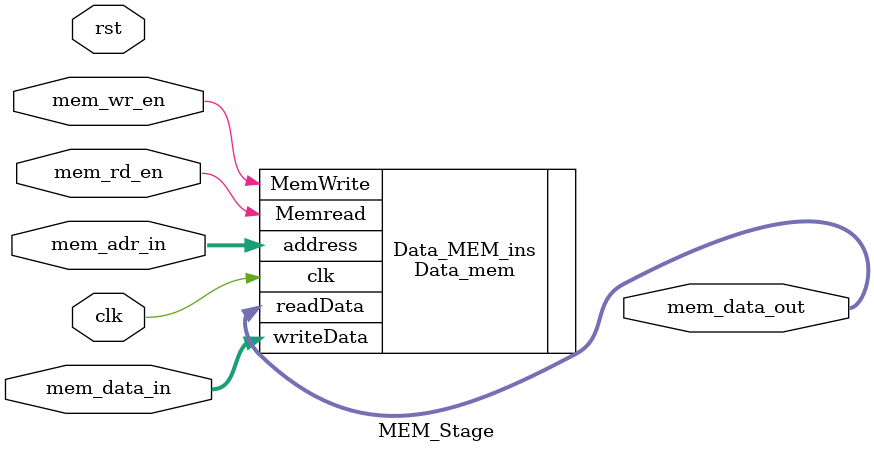
<source format=v>
`timescale 1ns/1ns
module MEM_Stage(
    input clk, rst,
    //needed for memory inputs
    input [7:0] mem_data_in   , 
    input [7:0]  mem_adr_in    ,
    input        mem_wr_en,mem_rd_en, 
    output [7:0] mem_data_out
);	
//Memory instantiation

Data_mem Data_MEM_ins(
    .clk(clk),
    .address(mem_adr_in),
    .writeData(mem_data_in),
    .readData(mem_data_out), 
    .Memread(mem_rd_en),
    .MemWrite(mem_wr_en)
);	
endmodule

</source>
